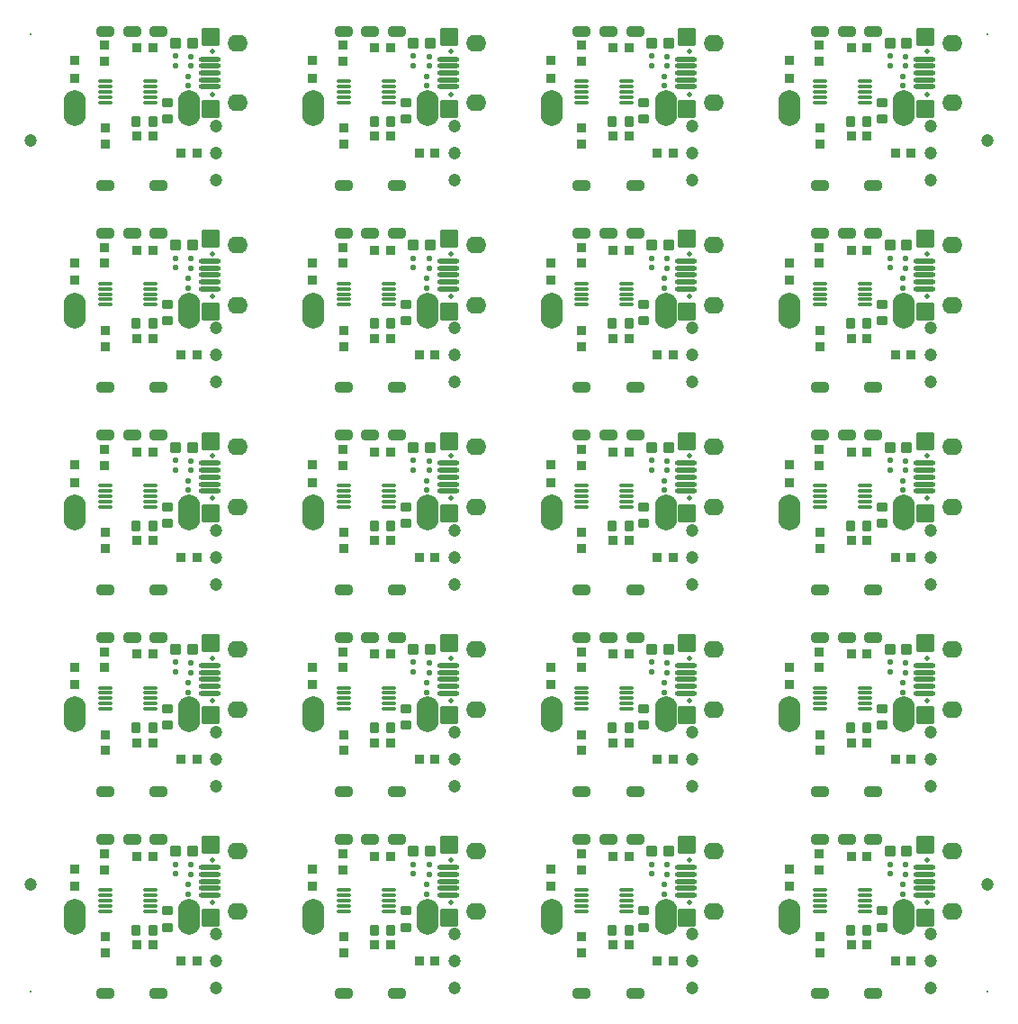
<source format=gbr>
%TF.GenerationSoftware,Altium Limited,Altium Designer,20.1.8 (145)*%
G04 Layer_Color=16711935*
%FSLAX45Y45*%
%MOMM*%
%TF.SameCoordinates,31433496-A159-4958-A2C2-D52C18178038*%
%TF.FilePolarity,Negative*%
%TF.FileFunction,Soldermask,Bot*%
%TF.Part,CustomerPanel*%
G01*
G75*
%TA.AperFunction,SMDPad,CuDef*%
%ADD36C,1.20320*%
%ADD37O,1.35000X0.40000*%
G04:AMPARAMS|DCode=38|XSize=1.7mm|YSize=1.7mm|CornerRadius=0.058mm|HoleSize=0mm|Usage=FLASHONLY|Rotation=270.000|XOffset=0mm|YOffset=0mm|HoleType=Round|Shape=RoundedRectangle|*
%AMROUNDEDRECTD38*
21,1,1.70000,1.58400,0,0,270.0*
21,1,1.58400,1.70000,0,0,270.0*
1,1,0.11600,-0.79200,-0.79200*
1,1,0.11600,-0.79200,0.79200*
1,1,0.11600,0.79200,0.79200*
1,1,0.11600,0.79200,-0.79200*
%
%ADD38ROUNDEDRECTD38*%
%TA.AperFunction,ConnectorPad*%
G04:AMPARAMS|DCode=39|XSize=0.45mm|YSize=2.1mm|CornerRadius=0.225mm|HoleSize=0mm|Usage=FLASHONLY|Rotation=270.000|XOffset=0mm|YOffset=0mm|HoleType=Round|Shape=RoundedRectangle|*
%AMROUNDEDRECTD39*
21,1,0.45000,1.65000,0,0,270.0*
21,1,0.00000,2.10000,0,0,270.0*
1,1,0.45000,-0.82500,0.00000*
1,1,0.45000,-0.82500,0.00000*
1,1,0.45000,0.82500,0.00000*
1,1,0.45000,0.82500,0.00000*
%
%ADD39ROUNDEDRECTD39*%
%TA.AperFunction,SMDPad,CuDef*%
G04:AMPARAMS|DCode=40|XSize=0.9mm|YSize=0.8mm|CornerRadius=0.0535mm|HoleSize=0mm|Usage=FLASHONLY|Rotation=0.000|XOffset=0mm|YOffset=0mm|HoleType=Round|Shape=RoundedRectangle|*
%AMROUNDEDRECTD40*
21,1,0.90000,0.69300,0,0,0.0*
21,1,0.79300,0.80000,0,0,0.0*
1,1,0.10700,0.39650,-0.34650*
1,1,0.10700,-0.39650,-0.34650*
1,1,0.10700,-0.39650,0.34650*
1,1,0.10700,0.39650,0.34650*
%
%ADD40ROUNDEDRECTD40*%
G04:AMPARAMS|DCode=41|XSize=0.95mm|YSize=0.85mm|CornerRadius=0.05375mm|HoleSize=0mm|Usage=FLASHONLY|Rotation=270.000|XOffset=0mm|YOffset=0mm|HoleType=Round|Shape=RoundedRectangle|*
%AMROUNDEDRECTD41*
21,1,0.95000,0.74250,0,0,270.0*
21,1,0.84250,0.85000,0,0,270.0*
1,1,0.10750,-0.37125,-0.42125*
1,1,0.10750,-0.37125,0.42125*
1,1,0.10750,0.37125,0.42125*
1,1,0.10750,0.37125,-0.42125*
%
%ADD41ROUNDEDRECTD41*%
G04:AMPARAMS|DCode=42|XSize=0.95mm|YSize=0.85mm|CornerRadius=0.05375mm|HoleSize=0mm|Usage=FLASHONLY|Rotation=0.000|XOffset=0mm|YOffset=0mm|HoleType=Round|Shape=RoundedRectangle|*
%AMROUNDEDRECTD42*
21,1,0.95000,0.74250,0,0,0.0*
21,1,0.84250,0.85000,0,0,0.0*
1,1,0.10750,0.42125,-0.37125*
1,1,0.10750,-0.42125,-0.37125*
1,1,0.10750,-0.42125,0.37125*
1,1,0.10750,0.42125,0.37125*
%
%ADD42ROUNDEDRECTD42*%
G04:AMPARAMS|DCode=43|XSize=0.9mm|YSize=0.8mm|CornerRadius=0.0535mm|HoleSize=0mm|Usage=FLASHONLY|Rotation=90.000|XOffset=0mm|YOffset=0mm|HoleType=Round|Shape=RoundedRectangle|*
%AMROUNDEDRECTD43*
21,1,0.90000,0.69300,0,0,90.0*
21,1,0.79300,0.80000,0,0,90.0*
1,1,0.10700,0.34650,0.39650*
1,1,0.10700,0.34650,-0.39650*
1,1,0.10700,-0.34650,-0.39650*
1,1,0.10700,-0.34650,0.39650*
%
%ADD43ROUNDEDRECTD43*%
G04:AMPARAMS|DCode=44|XSize=0.5mm|YSize=0.5mm|CornerRadius=0.052mm|HoleSize=0mm|Usage=FLASHONLY|Rotation=180.000|XOffset=0mm|YOffset=0mm|HoleType=Round|Shape=RoundedRectangle|*
%AMROUNDEDRECTD44*
21,1,0.50000,0.39600,0,0,180.0*
21,1,0.39600,0.50000,0,0,180.0*
1,1,0.10400,-0.19800,0.19800*
1,1,0.10400,0.19800,0.19800*
1,1,0.10400,0.19800,-0.19800*
1,1,0.10400,-0.19800,-0.19800*
%
%ADD44ROUNDEDRECTD44*%
G04:AMPARAMS|DCode=45|XSize=1mm|YSize=1mm|CornerRadius=0.095mm|HoleSize=0mm|Usage=FLASHONLY|Rotation=180.000|XOffset=0mm|YOffset=0mm|HoleType=Round|Shape=RoundedRectangle|*
%AMROUNDEDRECTD45*
21,1,1.00000,0.81000,0,0,180.0*
21,1,0.81000,1.00000,0,0,180.0*
1,1,0.19000,-0.40500,0.40500*
1,1,0.19000,0.40500,0.40500*
1,1,0.19000,0.40500,-0.40500*
1,1,0.19000,-0.40500,-0.40500*
%
%ADD45ROUNDEDRECTD45*%
%TA.AperFunction,WasherPad*%
%ADD46C,0.29600*%
%TA.AperFunction,ComponentPad*%
%ADD47C,0.50000*%
%ADD48O,1.90000X1.60000*%
G04:AMPARAMS|DCode=49|XSize=1.2mm|YSize=1.2mm|CornerRadius=0.6mm|HoleSize=0mm|Usage=FLASHONLY|Rotation=90.000|XOffset=0mm|YOffset=0mm|HoleType=Round|Shape=RoundedRectangle|*
%AMROUNDEDRECTD49*
21,1,1.20000,0.00000,0,0,90.0*
21,1,0.00000,1.20000,0,0,90.0*
1,1,1.20000,0.00000,0.00000*
1,1,1.20000,0.00000,0.00000*
1,1,1.20000,0.00000,0.00000*
1,1,1.20000,0.00000,0.00000*
%
%ADD49ROUNDEDRECTD49*%
%ADD50O,1.80000X1.10000*%
%ADD51O,2.10000X3.35000*%
G04:AMPARAMS|DCode=52|XSize=2.1mm|YSize=3.35mm|CornerRadius=1.05mm|HoleSize=0mm|Usage=FLASHONLY|Rotation=180.000|XOffset=0mm|YOffset=0mm|HoleType=Round|Shape=RoundedRectangle|*
%AMROUNDEDRECTD52*
21,1,2.10000,1.25000,0,0,180.0*
21,1,0.00000,3.35000,0,0,180.0*
1,1,2.10000,0.00000,0.62500*
1,1,2.10000,0.00000,0.62500*
1,1,2.10000,0.00000,-0.62500*
1,1,2.10000,0.00000,-0.62500*
%
%ADD52ROUNDEDRECTD52*%
D36*
X9500000Y8500000D02*
D03*
X500000D02*
D03*
X9500000Y1500000D02*
D03*
X500000D02*
D03*
D37*
X1627140Y1453300D02*
D03*
Y1403300D02*
D03*
Y1353300D02*
D03*
Y1303300D02*
D03*
Y1253300D02*
D03*
X1202140Y1453300D02*
D03*
Y1403300D02*
D03*
Y1353300D02*
D03*
Y1303300D02*
D03*
Y1253300D02*
D03*
X3867140Y1453300D02*
D03*
Y1403300D02*
D03*
Y1353300D02*
D03*
Y1303300D02*
D03*
Y1253300D02*
D03*
X3442140Y1453300D02*
D03*
Y1403300D02*
D03*
Y1353300D02*
D03*
Y1303300D02*
D03*
Y1253300D02*
D03*
X6107140Y1453300D02*
D03*
Y1403300D02*
D03*
Y1353300D02*
D03*
Y1303300D02*
D03*
Y1253300D02*
D03*
X5682141Y1453300D02*
D03*
Y1403300D02*
D03*
Y1353300D02*
D03*
Y1303300D02*
D03*
Y1253300D02*
D03*
X8347141Y1453300D02*
D03*
Y1403300D02*
D03*
Y1353300D02*
D03*
Y1303300D02*
D03*
Y1253300D02*
D03*
X7922141Y1453300D02*
D03*
Y1403300D02*
D03*
Y1353300D02*
D03*
Y1303300D02*
D03*
Y1253300D02*
D03*
X1627140Y3353300D02*
D03*
Y3303300D02*
D03*
Y3253300D02*
D03*
Y3203300D02*
D03*
Y3153300D02*
D03*
X1202140Y3353300D02*
D03*
Y3303300D02*
D03*
Y3253300D02*
D03*
Y3203300D02*
D03*
Y3153300D02*
D03*
X3867140Y3353300D02*
D03*
Y3303300D02*
D03*
Y3253300D02*
D03*
Y3203300D02*
D03*
Y3153300D02*
D03*
X3442140Y3353300D02*
D03*
Y3303300D02*
D03*
Y3253300D02*
D03*
Y3203300D02*
D03*
Y3153300D02*
D03*
X6107140Y3353300D02*
D03*
Y3303300D02*
D03*
Y3253300D02*
D03*
Y3203300D02*
D03*
Y3153300D02*
D03*
X5682141Y3353300D02*
D03*
Y3303300D02*
D03*
Y3253300D02*
D03*
Y3203300D02*
D03*
Y3153300D02*
D03*
X8347141Y3353300D02*
D03*
Y3303300D02*
D03*
Y3253300D02*
D03*
Y3203300D02*
D03*
Y3153300D02*
D03*
X7922141Y3353300D02*
D03*
Y3303300D02*
D03*
Y3253300D02*
D03*
Y3203300D02*
D03*
Y3153300D02*
D03*
X1627140Y5253300D02*
D03*
Y5203300D02*
D03*
Y5153300D02*
D03*
Y5103300D02*
D03*
Y5053300D02*
D03*
X1202140Y5253300D02*
D03*
Y5203300D02*
D03*
Y5153300D02*
D03*
Y5103300D02*
D03*
Y5053300D02*
D03*
X3867140Y5253300D02*
D03*
Y5203300D02*
D03*
Y5153300D02*
D03*
Y5103300D02*
D03*
Y5053300D02*
D03*
X3442140Y5253300D02*
D03*
Y5203300D02*
D03*
Y5153300D02*
D03*
Y5103300D02*
D03*
Y5053300D02*
D03*
X6107140Y5253300D02*
D03*
Y5203300D02*
D03*
Y5153300D02*
D03*
Y5103300D02*
D03*
Y5053300D02*
D03*
X5682141Y5253300D02*
D03*
Y5203300D02*
D03*
Y5153300D02*
D03*
Y5103300D02*
D03*
Y5053300D02*
D03*
X8347141Y5253300D02*
D03*
Y5203300D02*
D03*
Y5153300D02*
D03*
Y5103300D02*
D03*
Y5053300D02*
D03*
X7922141Y5253300D02*
D03*
Y5203300D02*
D03*
Y5153300D02*
D03*
Y5103300D02*
D03*
Y5053300D02*
D03*
X1627140Y7153300D02*
D03*
Y7103300D02*
D03*
Y7053300D02*
D03*
Y7003300D02*
D03*
Y6953300D02*
D03*
X1202140Y7153300D02*
D03*
Y7103300D02*
D03*
Y7053300D02*
D03*
Y7003300D02*
D03*
Y6953300D02*
D03*
X3867140Y7153300D02*
D03*
Y7103300D02*
D03*
Y7053300D02*
D03*
Y7003300D02*
D03*
Y6953300D02*
D03*
X3442140Y7153300D02*
D03*
Y7103300D02*
D03*
Y7053300D02*
D03*
Y7003300D02*
D03*
Y6953300D02*
D03*
X6107140Y7153300D02*
D03*
Y7103300D02*
D03*
Y7053300D02*
D03*
Y7003300D02*
D03*
Y6953300D02*
D03*
X5682141Y7153300D02*
D03*
Y7103300D02*
D03*
Y7053300D02*
D03*
Y7003300D02*
D03*
Y6953300D02*
D03*
X8347141Y7153300D02*
D03*
Y7103300D02*
D03*
Y7053300D02*
D03*
Y7003300D02*
D03*
Y6953300D02*
D03*
X7922141Y7153300D02*
D03*
Y7103300D02*
D03*
Y7053300D02*
D03*
Y7003300D02*
D03*
Y6953300D02*
D03*
X1627140Y9053300D02*
D03*
Y9003300D02*
D03*
Y8953300D02*
D03*
Y8903300D02*
D03*
Y8853300D02*
D03*
X1202140Y9053300D02*
D03*
Y9003300D02*
D03*
Y8953300D02*
D03*
Y8903300D02*
D03*
Y8853300D02*
D03*
X3867140Y9053300D02*
D03*
Y9003300D02*
D03*
Y8953300D02*
D03*
Y8903300D02*
D03*
Y8853300D02*
D03*
X3442140Y9053300D02*
D03*
Y9003300D02*
D03*
Y8953300D02*
D03*
Y8903300D02*
D03*
Y8853300D02*
D03*
X6107140Y9053300D02*
D03*
Y9003300D02*
D03*
Y8953300D02*
D03*
Y8903300D02*
D03*
Y8853300D02*
D03*
X5682141Y9053300D02*
D03*
Y9003300D02*
D03*
Y8953300D02*
D03*
Y8903300D02*
D03*
Y8853300D02*
D03*
X8347141Y9053300D02*
D03*
Y9003300D02*
D03*
Y8953300D02*
D03*
Y8903300D02*
D03*
Y8853300D02*
D03*
X7922141Y9053300D02*
D03*
Y9003300D02*
D03*
Y8953300D02*
D03*
Y8903300D02*
D03*
Y8853300D02*
D03*
D38*
X2193480Y1192000D02*
D03*
Y1872000D02*
D03*
X4433480Y1192000D02*
D03*
Y1872000D02*
D03*
X6673480Y1192000D02*
D03*
Y1872000D02*
D03*
X8913480Y1192000D02*
D03*
Y1872000D02*
D03*
X2193480Y3092000D02*
D03*
Y3772000D02*
D03*
X4433480Y3092000D02*
D03*
Y3772000D02*
D03*
X6673480Y3092000D02*
D03*
Y3772000D02*
D03*
X8913480Y3092000D02*
D03*
Y3772000D02*
D03*
X2193480Y4992000D02*
D03*
Y5672000D02*
D03*
X4433480Y4992000D02*
D03*
Y5672000D02*
D03*
X6673480Y4992000D02*
D03*
Y5672000D02*
D03*
X8913480Y4992000D02*
D03*
Y5672000D02*
D03*
X2193480Y6892000D02*
D03*
Y7572000D02*
D03*
X4433480Y6892000D02*
D03*
Y7572000D02*
D03*
X6673480Y6892000D02*
D03*
Y7572000D02*
D03*
X8913480Y6892000D02*
D03*
Y7572000D02*
D03*
X2193480Y8792000D02*
D03*
Y9472000D02*
D03*
X4433480Y8792000D02*
D03*
Y9472000D02*
D03*
X6673480Y8792000D02*
D03*
Y9472000D02*
D03*
X8913480Y8792000D02*
D03*
Y9472000D02*
D03*
D39*
X2185980Y1402000D02*
D03*
Y1467000D02*
D03*
Y1532000D02*
D03*
Y1662000D02*
D03*
Y1597000D02*
D03*
X4425980Y1402000D02*
D03*
Y1467000D02*
D03*
Y1532000D02*
D03*
Y1662000D02*
D03*
Y1597000D02*
D03*
X6665980Y1402000D02*
D03*
Y1467000D02*
D03*
Y1532000D02*
D03*
Y1662000D02*
D03*
Y1597000D02*
D03*
X8905980Y1402000D02*
D03*
Y1467000D02*
D03*
Y1532000D02*
D03*
Y1662000D02*
D03*
Y1597000D02*
D03*
X2185980Y3302000D02*
D03*
Y3367000D02*
D03*
Y3432000D02*
D03*
Y3562000D02*
D03*
Y3497000D02*
D03*
X4425980Y3302000D02*
D03*
Y3367000D02*
D03*
Y3432000D02*
D03*
Y3562000D02*
D03*
Y3497000D02*
D03*
X6665980Y3302000D02*
D03*
Y3367000D02*
D03*
Y3432000D02*
D03*
Y3562000D02*
D03*
Y3497000D02*
D03*
X8905980Y3302000D02*
D03*
Y3367000D02*
D03*
Y3432000D02*
D03*
Y3562000D02*
D03*
Y3497000D02*
D03*
X2185980Y5202000D02*
D03*
Y5267000D02*
D03*
Y5332000D02*
D03*
Y5462000D02*
D03*
Y5397000D02*
D03*
X4425980Y5202000D02*
D03*
Y5267000D02*
D03*
Y5332000D02*
D03*
Y5462000D02*
D03*
Y5397000D02*
D03*
X6665980Y5202000D02*
D03*
Y5267000D02*
D03*
Y5332000D02*
D03*
Y5462000D02*
D03*
Y5397000D02*
D03*
X8905980Y5202000D02*
D03*
Y5267000D02*
D03*
Y5332000D02*
D03*
Y5462000D02*
D03*
Y5397000D02*
D03*
X2185980Y7102000D02*
D03*
Y7167000D02*
D03*
Y7232000D02*
D03*
Y7362000D02*
D03*
Y7297000D02*
D03*
X4425980Y7102000D02*
D03*
Y7167000D02*
D03*
Y7232000D02*
D03*
Y7362000D02*
D03*
Y7297000D02*
D03*
X6665980Y7102000D02*
D03*
Y7167000D02*
D03*
Y7232000D02*
D03*
Y7362000D02*
D03*
Y7297000D02*
D03*
X8905980Y7102000D02*
D03*
Y7167000D02*
D03*
Y7232000D02*
D03*
Y7362000D02*
D03*
Y7297000D02*
D03*
X2185980Y9002000D02*
D03*
Y9067000D02*
D03*
Y9132000D02*
D03*
Y9262000D02*
D03*
Y9197000D02*
D03*
X4425980Y9002000D02*
D03*
Y9067000D02*
D03*
Y9132000D02*
D03*
Y9262000D02*
D03*
Y9197000D02*
D03*
X6665980Y9002000D02*
D03*
Y9067000D02*
D03*
Y9132000D02*
D03*
Y9262000D02*
D03*
Y9197000D02*
D03*
X8905980Y9002000D02*
D03*
Y9067000D02*
D03*
Y9132000D02*
D03*
Y9262000D02*
D03*
Y9197000D02*
D03*
D40*
X913780Y1648165D02*
D03*
Y1483165D02*
D03*
X1202140Y1011776D02*
D03*
Y861776D02*
D03*
X1197800Y1792125D02*
D03*
Y1642125D02*
D03*
X3153780Y1648165D02*
D03*
Y1483165D02*
D03*
X3442140Y1011776D02*
D03*
Y861776D02*
D03*
X3437800Y1792125D02*
D03*
Y1642125D02*
D03*
X5393780Y1648165D02*
D03*
Y1483165D02*
D03*
X5682141Y1011776D02*
D03*
Y861776D02*
D03*
X5677800Y1792125D02*
D03*
Y1642125D02*
D03*
X7633780Y1648165D02*
D03*
Y1483165D02*
D03*
X7922141Y1011776D02*
D03*
Y861776D02*
D03*
X7917800Y1792125D02*
D03*
Y1642125D02*
D03*
X913780Y3548165D02*
D03*
Y3383165D02*
D03*
X1202140Y2911776D02*
D03*
Y2761776D02*
D03*
X1197800Y3692125D02*
D03*
Y3542125D02*
D03*
X3153780Y3548165D02*
D03*
Y3383165D02*
D03*
X3442140Y2911776D02*
D03*
Y2761776D02*
D03*
X3437800Y3692125D02*
D03*
Y3542125D02*
D03*
X5393780Y3548165D02*
D03*
Y3383165D02*
D03*
X5682141Y2911776D02*
D03*
Y2761776D02*
D03*
X5677800Y3692125D02*
D03*
Y3542125D02*
D03*
X7633780Y3548165D02*
D03*
Y3383165D02*
D03*
X7922141Y2911776D02*
D03*
Y2761776D02*
D03*
X7917800Y3692125D02*
D03*
Y3542125D02*
D03*
X913780Y5448165D02*
D03*
Y5283165D02*
D03*
X1202140Y4811776D02*
D03*
Y4661776D02*
D03*
X1197800Y5592125D02*
D03*
Y5442125D02*
D03*
X3153780Y5448165D02*
D03*
Y5283165D02*
D03*
X3442140Y4811776D02*
D03*
Y4661776D02*
D03*
X3437800Y5592125D02*
D03*
Y5442125D02*
D03*
X5393780Y5448165D02*
D03*
Y5283165D02*
D03*
X5682141Y4811776D02*
D03*
Y4661776D02*
D03*
X5677800Y5592125D02*
D03*
Y5442125D02*
D03*
X7633780Y5448165D02*
D03*
Y5283165D02*
D03*
X7922141Y4811776D02*
D03*
Y4661776D02*
D03*
X7917800Y5592125D02*
D03*
Y5442125D02*
D03*
X913780Y7348165D02*
D03*
Y7183165D02*
D03*
X1202140Y6711776D02*
D03*
Y6561776D02*
D03*
X1197800Y7492125D02*
D03*
Y7342125D02*
D03*
X3153780Y7348165D02*
D03*
Y7183165D02*
D03*
X3442140Y6711776D02*
D03*
Y6561776D02*
D03*
X3437800Y7492125D02*
D03*
Y7342125D02*
D03*
X5393780Y7348165D02*
D03*
Y7183165D02*
D03*
X5682141Y6711776D02*
D03*
Y6561776D02*
D03*
X5677800Y7492125D02*
D03*
Y7342125D02*
D03*
X7633780Y7348165D02*
D03*
Y7183165D02*
D03*
X7922141Y6711776D02*
D03*
Y6561776D02*
D03*
X7917800Y7492125D02*
D03*
Y7342125D02*
D03*
X913780Y9248165D02*
D03*
Y9083165D02*
D03*
X1202140Y8611776D02*
D03*
Y8461776D02*
D03*
X1197800Y9392125D02*
D03*
Y9242125D02*
D03*
X3153780Y9248165D02*
D03*
Y9083165D02*
D03*
X3442140Y8611776D02*
D03*
Y8461776D02*
D03*
X3437800Y9392125D02*
D03*
Y9242125D02*
D03*
X5393780Y9248165D02*
D03*
Y9083165D02*
D03*
X5682141Y8611776D02*
D03*
Y8461776D02*
D03*
X5677800Y9392125D02*
D03*
Y9242125D02*
D03*
X7633780Y9248165D02*
D03*
Y9083165D02*
D03*
X7922141Y8611776D02*
D03*
Y8461776D02*
D03*
X7917800Y9392125D02*
D03*
Y9242125D02*
D03*
D41*
X1647080Y1074127D02*
D03*
X1492080D02*
D03*
X3887080D02*
D03*
X3732080D02*
D03*
X6127080D02*
D03*
X5972081D02*
D03*
X8367081D02*
D03*
X8212081D02*
D03*
X1647080Y2974127D02*
D03*
X1492080D02*
D03*
X3887080D02*
D03*
X3732080D02*
D03*
X6127080D02*
D03*
X5972081D02*
D03*
X8367081D02*
D03*
X8212081D02*
D03*
X1647080Y4874127D02*
D03*
X1492080D02*
D03*
X3887080D02*
D03*
X3732080D02*
D03*
X6127080D02*
D03*
X5972081D02*
D03*
X8367081D02*
D03*
X8212081D02*
D03*
X1647080Y6774127D02*
D03*
X1492080D02*
D03*
X3887080D02*
D03*
X3732080D02*
D03*
X6127080D02*
D03*
X5972081D02*
D03*
X8367081D02*
D03*
X8212081D02*
D03*
X1647080Y8674127D02*
D03*
X1492080D02*
D03*
X3887080D02*
D03*
X3732080D02*
D03*
X6127080D02*
D03*
X5972081D02*
D03*
X8367081D02*
D03*
X8212081D02*
D03*
D42*
X1787639Y1100012D02*
D03*
Y1255011D02*
D03*
X4027639Y1100012D02*
D03*
Y1255011D02*
D03*
X6267639Y1100012D02*
D03*
Y1255011D02*
D03*
X8507639Y1100012D02*
D03*
Y1255011D02*
D03*
X1787639Y3000012D02*
D03*
Y3155011D02*
D03*
X4027639Y3000012D02*
D03*
Y3155011D02*
D03*
X6267639Y3000012D02*
D03*
Y3155011D02*
D03*
X8507639Y3000012D02*
D03*
Y3155011D02*
D03*
X1787639Y4900012D02*
D03*
Y5055011D02*
D03*
X4027639Y4900012D02*
D03*
Y5055011D02*
D03*
X6267639Y4900012D02*
D03*
Y5055011D02*
D03*
X8507639Y4900012D02*
D03*
Y5055011D02*
D03*
X1787639Y6800012D02*
D03*
Y6955011D02*
D03*
X4027639Y6800012D02*
D03*
Y6955011D02*
D03*
X6267639Y6800012D02*
D03*
Y6955011D02*
D03*
X8507639Y6800012D02*
D03*
Y6955011D02*
D03*
X1787639Y8700012D02*
D03*
Y8855011D02*
D03*
X4027639Y8700012D02*
D03*
Y8855011D02*
D03*
X6267639Y8700012D02*
D03*
Y8855011D02*
D03*
X8507639Y8700012D02*
D03*
Y8855011D02*
D03*
D43*
X1497460Y1767860D02*
D03*
X1647460D02*
D03*
X2063750Y781000D02*
D03*
X1913750D02*
D03*
X1497080Y936776D02*
D03*
X1647080D02*
D03*
X3737460Y1767860D02*
D03*
X3887460D02*
D03*
X4303750Y781000D02*
D03*
X4153750D02*
D03*
X3737080Y936776D02*
D03*
X3887080D02*
D03*
X5977460Y1767860D02*
D03*
X6127460D02*
D03*
X6543750Y781000D02*
D03*
X6393750D02*
D03*
X5977080Y936776D02*
D03*
X6127080D02*
D03*
X8217460Y1767860D02*
D03*
X8367460D02*
D03*
X8783750Y781000D02*
D03*
X8633750D02*
D03*
X8217080Y936776D02*
D03*
X8367081D02*
D03*
X1497460Y3667860D02*
D03*
X1647460D02*
D03*
X2063750Y2681000D02*
D03*
X1913750D02*
D03*
X1497080Y2836776D02*
D03*
X1647080D02*
D03*
X3737460Y3667860D02*
D03*
X3887460D02*
D03*
X4303750Y2681000D02*
D03*
X4153750D02*
D03*
X3737080Y2836776D02*
D03*
X3887080D02*
D03*
X5977460Y3667860D02*
D03*
X6127460D02*
D03*
X6543750Y2681000D02*
D03*
X6393750D02*
D03*
X5977080Y2836776D02*
D03*
X6127080D02*
D03*
X8217460Y3667860D02*
D03*
X8367460D02*
D03*
X8783750Y2681000D02*
D03*
X8633750D02*
D03*
X8217080Y2836776D02*
D03*
X8367081D02*
D03*
X1497460Y5567860D02*
D03*
X1647460D02*
D03*
X2063750Y4581000D02*
D03*
X1913750D02*
D03*
X1497080Y4736776D02*
D03*
X1647080D02*
D03*
X3737460Y5567860D02*
D03*
X3887460D02*
D03*
X4303750Y4581000D02*
D03*
X4153750D02*
D03*
X3737080Y4736776D02*
D03*
X3887080D02*
D03*
X5977460Y5567860D02*
D03*
X6127460D02*
D03*
X6543750Y4581000D02*
D03*
X6393750D02*
D03*
X5977080Y4736776D02*
D03*
X6127080D02*
D03*
X8217460Y5567860D02*
D03*
X8367460D02*
D03*
X8783750Y4581000D02*
D03*
X8633750D02*
D03*
X8217080Y4736776D02*
D03*
X8367081D02*
D03*
X1497460Y7467860D02*
D03*
X1647460D02*
D03*
X2063750Y6481000D02*
D03*
X1913750D02*
D03*
X1497080Y6636776D02*
D03*
X1647080D02*
D03*
X3737460Y7467860D02*
D03*
X3887460D02*
D03*
X4303750Y6481000D02*
D03*
X4153750D02*
D03*
X3737080Y6636776D02*
D03*
X3887080D02*
D03*
X5977460Y7467860D02*
D03*
X6127460D02*
D03*
X6543750Y6481000D02*
D03*
X6393750D02*
D03*
X5977080Y6636776D02*
D03*
X6127080D02*
D03*
X8217460Y7467860D02*
D03*
X8367460D02*
D03*
X8783750Y6481000D02*
D03*
X8633750D02*
D03*
X8217080Y6636776D02*
D03*
X8367081D02*
D03*
X1497460Y9367860D02*
D03*
X1647460D02*
D03*
X2063750Y8381000D02*
D03*
X1913750D02*
D03*
X1497080Y8536776D02*
D03*
X1647080D02*
D03*
X3737460Y9367860D02*
D03*
X3887460D02*
D03*
X4303750Y8381000D02*
D03*
X4153750D02*
D03*
X3737080Y8536776D02*
D03*
X3887080D02*
D03*
X5977460Y9367860D02*
D03*
X6127460D02*
D03*
X6543750Y8381000D02*
D03*
X6393750D02*
D03*
X5977080Y8536776D02*
D03*
X6127080D02*
D03*
X8217460Y9367860D02*
D03*
X8367460D02*
D03*
X8783750Y8381000D02*
D03*
X8633750D02*
D03*
X8217080Y8536776D02*
D03*
X8367081D02*
D03*
D44*
X1982848Y1499620D02*
D03*
Y1409620D02*
D03*
X2008248Y1687000D02*
D03*
Y1597001D02*
D03*
X1861440Y1692080D02*
D03*
Y1602080D02*
D03*
X4222848Y1499620D02*
D03*
Y1409620D02*
D03*
X4248248Y1687000D02*
D03*
Y1597001D02*
D03*
X4101440Y1692080D02*
D03*
Y1602080D02*
D03*
X6462848Y1499620D02*
D03*
Y1409620D02*
D03*
X6488248Y1687000D02*
D03*
Y1597001D02*
D03*
X6341440Y1692080D02*
D03*
Y1602080D02*
D03*
X8702848Y1499620D02*
D03*
Y1409620D02*
D03*
X8728248Y1687000D02*
D03*
Y1597001D02*
D03*
X8581440Y1692080D02*
D03*
Y1602080D02*
D03*
X1982848Y3399620D02*
D03*
Y3309620D02*
D03*
X2008248Y3587000D02*
D03*
Y3497001D02*
D03*
X1861440Y3592080D02*
D03*
Y3502080D02*
D03*
X4222848Y3399620D02*
D03*
Y3309620D02*
D03*
X4248248Y3587000D02*
D03*
Y3497001D02*
D03*
X4101440Y3592080D02*
D03*
Y3502080D02*
D03*
X6462848Y3399620D02*
D03*
Y3309620D02*
D03*
X6488248Y3587000D02*
D03*
Y3497001D02*
D03*
X6341440Y3592080D02*
D03*
Y3502080D02*
D03*
X8702848Y3399620D02*
D03*
Y3309620D02*
D03*
X8728248Y3587000D02*
D03*
Y3497001D02*
D03*
X8581440Y3592080D02*
D03*
Y3502080D02*
D03*
X1982848Y5299620D02*
D03*
Y5209620D02*
D03*
X2008248Y5487000D02*
D03*
Y5397001D02*
D03*
X1861440Y5492080D02*
D03*
Y5402080D02*
D03*
X4222848Y5299620D02*
D03*
Y5209620D02*
D03*
X4248248Y5487000D02*
D03*
Y5397001D02*
D03*
X4101440Y5492080D02*
D03*
Y5402080D02*
D03*
X6462848Y5299620D02*
D03*
Y5209620D02*
D03*
X6488248Y5487000D02*
D03*
Y5397001D02*
D03*
X6341440Y5492080D02*
D03*
Y5402080D02*
D03*
X8702848Y5299620D02*
D03*
Y5209620D02*
D03*
X8728248Y5487000D02*
D03*
Y5397001D02*
D03*
X8581440Y5492080D02*
D03*
Y5402080D02*
D03*
X1982848Y7199620D02*
D03*
Y7109620D02*
D03*
X2008248Y7387000D02*
D03*
Y7297001D02*
D03*
X1861440Y7392080D02*
D03*
Y7302080D02*
D03*
X4222848Y7199620D02*
D03*
Y7109620D02*
D03*
X4248248Y7387000D02*
D03*
Y7297001D02*
D03*
X4101440Y7392080D02*
D03*
Y7302080D02*
D03*
X6462848Y7199620D02*
D03*
Y7109620D02*
D03*
X6488248Y7387000D02*
D03*
Y7297001D02*
D03*
X6341440Y7392080D02*
D03*
Y7302080D02*
D03*
X8702848Y7199620D02*
D03*
Y7109620D02*
D03*
X8728248Y7387000D02*
D03*
Y7297001D02*
D03*
X8581440Y7392080D02*
D03*
Y7302080D02*
D03*
X1982848Y9099620D02*
D03*
Y9009620D02*
D03*
X2008248Y9287000D02*
D03*
Y9197001D02*
D03*
X1861440Y9292080D02*
D03*
Y9202080D02*
D03*
X4222848Y9099620D02*
D03*
Y9009620D02*
D03*
X4248248Y9287000D02*
D03*
Y9197001D02*
D03*
X4101440Y9292080D02*
D03*
Y9202080D02*
D03*
X6462848Y9099620D02*
D03*
Y9009620D02*
D03*
X6488248Y9287000D02*
D03*
Y9197001D02*
D03*
X6341440Y9292080D02*
D03*
Y9202080D02*
D03*
X8702848Y9099620D02*
D03*
Y9009620D02*
D03*
X8728248Y9287000D02*
D03*
Y9197001D02*
D03*
X8581440Y9292080D02*
D03*
Y9202080D02*
D03*
D45*
X1861140Y1812860D02*
D03*
X2021140D02*
D03*
X4101140D02*
D03*
X4261140D02*
D03*
X6341140D02*
D03*
X6501140D02*
D03*
X8581140D02*
D03*
X8741140D02*
D03*
X1861140Y3712860D02*
D03*
X2021140D02*
D03*
X4101140D02*
D03*
X4261140D02*
D03*
X6341140D02*
D03*
X6501140D02*
D03*
X8581140D02*
D03*
X8741140D02*
D03*
X1861140Y5612860D02*
D03*
X2021140D02*
D03*
X4101140D02*
D03*
X4261140D02*
D03*
X6341140D02*
D03*
X6501140D02*
D03*
X8581140D02*
D03*
X8741140D02*
D03*
X1861140Y7512860D02*
D03*
X2021140D02*
D03*
X4101140D02*
D03*
X4261140D02*
D03*
X6341140D02*
D03*
X6501140D02*
D03*
X8581140D02*
D03*
X8741140D02*
D03*
X1861140Y9412860D02*
D03*
X2021140D02*
D03*
X4101140D02*
D03*
X4261140D02*
D03*
X6341140D02*
D03*
X6501140D02*
D03*
X8581140D02*
D03*
X8741140D02*
D03*
D46*
X500000Y500000D02*
D03*
X9500000D02*
D03*
Y9500000D02*
D03*
X500000D02*
D03*
D47*
X2213480Y1732000D02*
D03*
Y1332000D02*
D03*
X4453480Y1732000D02*
D03*
Y1332000D02*
D03*
X6693480Y1732000D02*
D03*
Y1332000D02*
D03*
X8933480Y1732000D02*
D03*
Y1332000D02*
D03*
X2213480Y3632000D02*
D03*
Y3232000D02*
D03*
X4453480Y3632000D02*
D03*
Y3232000D02*
D03*
X6693480Y3632000D02*
D03*
Y3232000D02*
D03*
X8933480Y3632000D02*
D03*
Y3232000D02*
D03*
X2213480Y5532000D02*
D03*
Y5132000D02*
D03*
X4453480Y5532000D02*
D03*
Y5132000D02*
D03*
X6693480Y5532000D02*
D03*
Y5132000D02*
D03*
X8933480Y5532000D02*
D03*
Y5132000D02*
D03*
X2213480Y7432000D02*
D03*
Y7032000D02*
D03*
X4453480Y7432000D02*
D03*
Y7032000D02*
D03*
X6693480Y7432000D02*
D03*
Y7032000D02*
D03*
X8933480Y7432000D02*
D03*
Y7032000D02*
D03*
X2213480Y9332000D02*
D03*
Y8932000D02*
D03*
X4453480Y9332000D02*
D03*
Y8932000D02*
D03*
X6693480Y9332000D02*
D03*
Y8932000D02*
D03*
X8933480Y9332000D02*
D03*
Y8932000D02*
D03*
D48*
X2448480Y1249000D02*
D03*
Y1815000D02*
D03*
X4688480Y1249000D02*
D03*
Y1815000D02*
D03*
X6928480Y1249000D02*
D03*
Y1815000D02*
D03*
X9168480Y1249000D02*
D03*
Y1815000D02*
D03*
X2448480Y3149000D02*
D03*
Y3715000D02*
D03*
X4688480Y3149000D02*
D03*
Y3715000D02*
D03*
X6928480Y3149000D02*
D03*
Y3715000D02*
D03*
X9168480Y3149000D02*
D03*
Y3715000D02*
D03*
X2448480Y5049000D02*
D03*
Y5615000D02*
D03*
X4688480Y5049000D02*
D03*
Y5615000D02*
D03*
X6928480Y5049000D02*
D03*
Y5615000D02*
D03*
X9168480Y5049000D02*
D03*
Y5615000D02*
D03*
X2448480Y6949000D02*
D03*
Y7515000D02*
D03*
X4688480Y6949000D02*
D03*
Y7515000D02*
D03*
X6928480Y6949000D02*
D03*
Y7515000D02*
D03*
X9168480Y6949000D02*
D03*
Y7515000D02*
D03*
X2448480Y8849000D02*
D03*
Y9415000D02*
D03*
X4688480Y8849000D02*
D03*
Y9415000D02*
D03*
X6928480Y8849000D02*
D03*
Y9415000D02*
D03*
X9168480Y8849000D02*
D03*
Y9415000D02*
D03*
D49*
X2244000Y781000D02*
D03*
Y1035000D02*
D03*
Y527000D02*
D03*
X4484000Y781000D02*
D03*
Y1035000D02*
D03*
Y527000D02*
D03*
X6724000Y781000D02*
D03*
Y1035000D02*
D03*
Y527000D02*
D03*
X8964000Y781000D02*
D03*
Y1035000D02*
D03*
Y527000D02*
D03*
X2244000Y2681000D02*
D03*
Y2935000D02*
D03*
Y2427000D02*
D03*
X4484000Y2681000D02*
D03*
Y2935000D02*
D03*
Y2427000D02*
D03*
X6724000Y2681000D02*
D03*
Y2935000D02*
D03*
Y2427000D02*
D03*
X8964000Y2681000D02*
D03*
Y2935000D02*
D03*
Y2427000D02*
D03*
X2244000Y4581000D02*
D03*
Y4835000D02*
D03*
Y4327000D02*
D03*
X4484000Y4581000D02*
D03*
Y4835000D02*
D03*
Y4327000D02*
D03*
X6724000Y4581000D02*
D03*
Y4835000D02*
D03*
Y4327000D02*
D03*
X8964000Y4581000D02*
D03*
Y4835000D02*
D03*
Y4327000D02*
D03*
X2244000Y6481000D02*
D03*
Y6735000D02*
D03*
Y6227000D02*
D03*
X4484000Y6481000D02*
D03*
Y6735000D02*
D03*
Y6227000D02*
D03*
X6724000Y6481000D02*
D03*
Y6735000D02*
D03*
Y6227000D02*
D03*
X8964000Y6481000D02*
D03*
Y6735000D02*
D03*
Y6227000D02*
D03*
X2244000Y8381000D02*
D03*
Y8635000D02*
D03*
Y8127000D02*
D03*
X4484000Y8381000D02*
D03*
Y8635000D02*
D03*
Y8127000D02*
D03*
X6724000Y8381000D02*
D03*
Y8635000D02*
D03*
Y8127000D02*
D03*
X8964000Y8381000D02*
D03*
Y8635000D02*
D03*
Y8127000D02*
D03*
D50*
X1205420Y475500D02*
D03*
X1705420D02*
D03*
X1455420Y1925500D02*
D03*
X1205420D02*
D03*
X1705420D02*
D03*
X3445420Y475500D02*
D03*
X3945420D02*
D03*
X3695420Y1925500D02*
D03*
X3445420D02*
D03*
X3945420D02*
D03*
X5685420Y475500D02*
D03*
X6185420D02*
D03*
X5935420Y1925500D02*
D03*
X5685420D02*
D03*
X6185420D02*
D03*
X7925420Y475500D02*
D03*
X8425420D02*
D03*
X8175420Y1925500D02*
D03*
X7925420D02*
D03*
X8425420D02*
D03*
X1205420Y2375500D02*
D03*
X1705420D02*
D03*
X1455420Y3825500D02*
D03*
X1205420D02*
D03*
X1705420D02*
D03*
X3445420Y2375500D02*
D03*
X3945420D02*
D03*
X3695420Y3825500D02*
D03*
X3445420D02*
D03*
X3945420D02*
D03*
X5685420Y2375500D02*
D03*
X6185420D02*
D03*
X5935420Y3825500D02*
D03*
X5685420D02*
D03*
X6185420D02*
D03*
X7925420Y2375500D02*
D03*
X8425420D02*
D03*
X8175420Y3825500D02*
D03*
X7925420D02*
D03*
X8425420D02*
D03*
X1205420Y4275500D02*
D03*
X1705420D02*
D03*
X1455420Y5725500D02*
D03*
X1205420D02*
D03*
X1705420D02*
D03*
X3445420Y4275500D02*
D03*
X3945420D02*
D03*
X3695420Y5725500D02*
D03*
X3445420D02*
D03*
X3945420D02*
D03*
X5685420Y4275500D02*
D03*
X6185420D02*
D03*
X5935420Y5725500D02*
D03*
X5685420D02*
D03*
X6185420D02*
D03*
X7925420Y4275500D02*
D03*
X8425420D02*
D03*
X8175420Y5725500D02*
D03*
X7925420D02*
D03*
X8425420D02*
D03*
X1205420Y6175500D02*
D03*
X1705420D02*
D03*
X1455420Y7625500D02*
D03*
X1205420D02*
D03*
X1705420D02*
D03*
X3445420Y6175500D02*
D03*
X3945420D02*
D03*
X3695420Y7625500D02*
D03*
X3445420D02*
D03*
X3945420D02*
D03*
X5685420Y6175500D02*
D03*
X6185420D02*
D03*
X5935420Y7625500D02*
D03*
X5685420D02*
D03*
X6185420D02*
D03*
X7925420Y6175500D02*
D03*
X8425420D02*
D03*
X8175420Y7625500D02*
D03*
X7925420D02*
D03*
X8425420D02*
D03*
X1205420Y8075500D02*
D03*
X1705420D02*
D03*
X1455420Y9525500D02*
D03*
X1205420D02*
D03*
X1705420D02*
D03*
X3445420Y8075500D02*
D03*
X3945420D02*
D03*
X3695420Y9525500D02*
D03*
X3445420D02*
D03*
X3945420D02*
D03*
X5685420Y8075500D02*
D03*
X6185420D02*
D03*
X5935420Y9525500D02*
D03*
X5685420D02*
D03*
X6185420D02*
D03*
X7925420Y8075500D02*
D03*
X8425420D02*
D03*
X8175420Y9525500D02*
D03*
X7925420D02*
D03*
X8425420D02*
D03*
D51*
X917920Y1200500D02*
D03*
X3157920D02*
D03*
X5397920D02*
D03*
X7637920D02*
D03*
X917920Y3100500D02*
D03*
X3157920D02*
D03*
X5397920D02*
D03*
X7637920D02*
D03*
X917920Y5000500D02*
D03*
X3157920D02*
D03*
X5397920D02*
D03*
X7637920D02*
D03*
X917920Y6900500D02*
D03*
X3157920D02*
D03*
X5397920D02*
D03*
X7637920D02*
D03*
X917920Y8800500D02*
D03*
X3157920D02*
D03*
X5397920D02*
D03*
X7637920D02*
D03*
D52*
X1992920Y1200500D02*
D03*
X4232920D02*
D03*
X6472920D02*
D03*
X8712920D02*
D03*
X1992920Y3100500D02*
D03*
X4232920D02*
D03*
X6472920D02*
D03*
X8712920D02*
D03*
X1992920Y5000500D02*
D03*
X4232920D02*
D03*
X6472920D02*
D03*
X8712920D02*
D03*
X1992920Y6900500D02*
D03*
X4232920D02*
D03*
X6472920D02*
D03*
X8712920D02*
D03*
X1992920Y8800500D02*
D03*
X4232920D02*
D03*
X6472920D02*
D03*
X8712920D02*
D03*
%TF.MD5,13709f5aa691185db1f2bf8754ef515d*%
M02*

</source>
